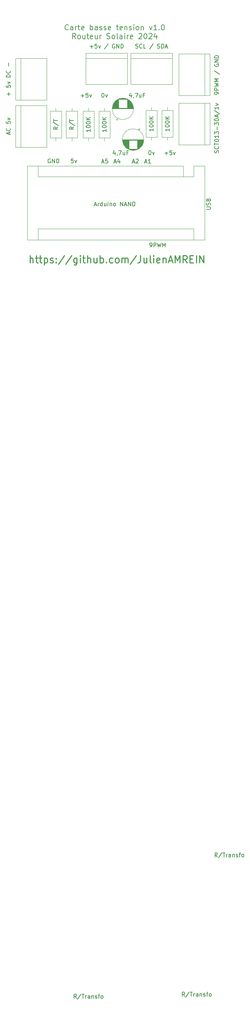
<source format=gto>
G04 #@! TF.GenerationSoftware,KiCad,Pcbnew,5.0.2+dfsg1-1+deb10u1*
G04 #@! TF.CreationDate,2023-11-15T00:44:58+01:00*
G04 #@! TF.ProjectId,Carte basse tension,43617274-6520-4626-9173-73652074656e,rev?*
G04 #@! TF.SameCoordinates,Original*
G04 #@! TF.FileFunction,Legend,Top*
G04 #@! TF.FilePolarity,Positive*
%FSLAX46Y46*%
G04 Gerber Fmt 4.6, Leading zero omitted, Abs format (unit mm)*
G04 Created by KiCad (PCBNEW 5.0.2+dfsg1-1+deb10u1) date mer. 15 nov. 2023 00:44:58 CET*
%MOMM*%
%LPD*%
G01*
G04 APERTURE LIST*
%ADD10C,0.200000*%
%ADD11C,0.250000*%
%ADD12C,0.120000*%
%ADD13C,0.150000*%
G04 APERTURE END LIST*
D10*
X101238095Y-98000000D02*
X101142857Y-97952380D01*
X101000000Y-97952380D01*
X100857142Y-98000000D01*
X100761904Y-98095238D01*
X100714285Y-98190476D01*
X100666666Y-98380952D01*
X100666666Y-98523809D01*
X100714285Y-98714285D01*
X100761904Y-98809523D01*
X100857142Y-98904761D01*
X101000000Y-98952380D01*
X101095238Y-98952380D01*
X101238095Y-98904761D01*
X101285714Y-98857142D01*
X101285714Y-98523809D01*
X101095238Y-98523809D01*
X101714285Y-98952380D02*
X101714285Y-97952380D01*
X102285714Y-98952380D01*
X102285714Y-97952380D01*
X102761904Y-98952380D02*
X102761904Y-97952380D01*
X103000000Y-97952380D01*
X103142857Y-98000000D01*
X103238095Y-98095238D01*
X103285714Y-98190476D01*
X103333333Y-98380952D01*
X103333333Y-98523809D01*
X103285714Y-98714285D01*
X103238095Y-98809523D01*
X103142857Y-98904761D01*
X103000000Y-98952380D01*
X102761904Y-98952380D01*
X106857142Y-97952380D02*
X106380952Y-97952380D01*
X106333333Y-98428571D01*
X106380952Y-98380952D01*
X106476190Y-98333333D01*
X106714285Y-98333333D01*
X106809523Y-98380952D01*
X106857142Y-98428571D01*
X106904761Y-98523809D01*
X106904761Y-98761904D01*
X106857142Y-98857142D01*
X106809523Y-98904761D01*
X106714285Y-98952380D01*
X106476190Y-98952380D01*
X106380952Y-98904761D01*
X106333333Y-98857142D01*
X107238095Y-98285714D02*
X107476190Y-98952380D01*
X107714285Y-98285714D01*
X105640476Y-66389285D02*
X105578571Y-66451190D01*
X105392857Y-66513095D01*
X105269047Y-66513095D01*
X105083333Y-66451190D01*
X104959523Y-66327380D01*
X104897619Y-66203571D01*
X104835714Y-65955952D01*
X104835714Y-65770238D01*
X104897619Y-65522619D01*
X104959523Y-65398809D01*
X105083333Y-65275000D01*
X105269047Y-65213095D01*
X105392857Y-65213095D01*
X105578571Y-65275000D01*
X105640476Y-65336904D01*
X106754761Y-66513095D02*
X106754761Y-65832142D01*
X106692857Y-65708333D01*
X106569047Y-65646428D01*
X106321428Y-65646428D01*
X106197619Y-65708333D01*
X106754761Y-66451190D02*
X106630952Y-66513095D01*
X106321428Y-66513095D01*
X106197619Y-66451190D01*
X106135714Y-66327380D01*
X106135714Y-66203571D01*
X106197619Y-66079761D01*
X106321428Y-66017857D01*
X106630952Y-66017857D01*
X106754761Y-65955952D01*
X107373809Y-66513095D02*
X107373809Y-65646428D01*
X107373809Y-65894047D02*
X107435714Y-65770238D01*
X107497619Y-65708333D01*
X107621428Y-65646428D01*
X107745238Y-65646428D01*
X107992857Y-65646428D02*
X108488095Y-65646428D01*
X108178571Y-65213095D02*
X108178571Y-66327380D01*
X108240476Y-66451190D01*
X108364285Y-66513095D01*
X108488095Y-66513095D01*
X109416666Y-66451190D02*
X109292857Y-66513095D01*
X109045238Y-66513095D01*
X108921428Y-66451190D01*
X108859523Y-66327380D01*
X108859523Y-65832142D01*
X108921428Y-65708333D01*
X109045238Y-65646428D01*
X109292857Y-65646428D01*
X109416666Y-65708333D01*
X109478571Y-65832142D01*
X109478571Y-65955952D01*
X108859523Y-66079761D01*
X111026190Y-66513095D02*
X111026190Y-65213095D01*
X111026190Y-65708333D02*
X111150000Y-65646428D01*
X111397619Y-65646428D01*
X111521428Y-65708333D01*
X111583333Y-65770238D01*
X111645238Y-65894047D01*
X111645238Y-66265476D01*
X111583333Y-66389285D01*
X111521428Y-66451190D01*
X111397619Y-66513095D01*
X111150000Y-66513095D01*
X111026190Y-66451190D01*
X112759523Y-66513095D02*
X112759523Y-65832142D01*
X112697619Y-65708333D01*
X112573809Y-65646428D01*
X112326190Y-65646428D01*
X112202380Y-65708333D01*
X112759523Y-66451190D02*
X112635714Y-66513095D01*
X112326190Y-66513095D01*
X112202380Y-66451190D01*
X112140476Y-66327380D01*
X112140476Y-66203571D01*
X112202380Y-66079761D01*
X112326190Y-66017857D01*
X112635714Y-66017857D01*
X112759523Y-65955952D01*
X113316666Y-66451190D02*
X113440476Y-66513095D01*
X113688095Y-66513095D01*
X113811904Y-66451190D01*
X113873809Y-66327380D01*
X113873809Y-66265476D01*
X113811904Y-66141666D01*
X113688095Y-66079761D01*
X113502380Y-66079761D01*
X113378571Y-66017857D01*
X113316666Y-65894047D01*
X113316666Y-65832142D01*
X113378571Y-65708333D01*
X113502380Y-65646428D01*
X113688095Y-65646428D01*
X113811904Y-65708333D01*
X114369047Y-66451190D02*
X114492857Y-66513095D01*
X114740476Y-66513095D01*
X114864285Y-66451190D01*
X114926190Y-66327380D01*
X114926190Y-66265476D01*
X114864285Y-66141666D01*
X114740476Y-66079761D01*
X114554761Y-66079761D01*
X114430952Y-66017857D01*
X114369047Y-65894047D01*
X114369047Y-65832142D01*
X114430952Y-65708333D01*
X114554761Y-65646428D01*
X114740476Y-65646428D01*
X114864285Y-65708333D01*
X115978571Y-66451190D02*
X115854761Y-66513095D01*
X115607142Y-66513095D01*
X115483333Y-66451190D01*
X115421428Y-66327380D01*
X115421428Y-65832142D01*
X115483333Y-65708333D01*
X115607142Y-65646428D01*
X115854761Y-65646428D01*
X115978571Y-65708333D01*
X116040476Y-65832142D01*
X116040476Y-65955952D01*
X115421428Y-66079761D01*
X117402380Y-65646428D02*
X117897619Y-65646428D01*
X117588095Y-65213095D02*
X117588095Y-66327380D01*
X117650000Y-66451190D01*
X117773809Y-66513095D01*
X117897619Y-66513095D01*
X118826190Y-66451190D02*
X118702380Y-66513095D01*
X118454761Y-66513095D01*
X118330952Y-66451190D01*
X118269047Y-66327380D01*
X118269047Y-65832142D01*
X118330952Y-65708333D01*
X118454761Y-65646428D01*
X118702380Y-65646428D01*
X118826190Y-65708333D01*
X118888095Y-65832142D01*
X118888095Y-65955952D01*
X118269047Y-66079761D01*
X119445238Y-65646428D02*
X119445238Y-66513095D01*
X119445238Y-65770238D02*
X119507142Y-65708333D01*
X119630952Y-65646428D01*
X119816666Y-65646428D01*
X119940476Y-65708333D01*
X120002380Y-65832142D01*
X120002380Y-66513095D01*
X120559523Y-66451190D02*
X120683333Y-66513095D01*
X120930952Y-66513095D01*
X121054761Y-66451190D01*
X121116666Y-66327380D01*
X121116666Y-66265476D01*
X121054761Y-66141666D01*
X120930952Y-66079761D01*
X120745238Y-66079761D01*
X120621428Y-66017857D01*
X120559523Y-65894047D01*
X120559523Y-65832142D01*
X120621428Y-65708333D01*
X120745238Y-65646428D01*
X120930952Y-65646428D01*
X121054761Y-65708333D01*
X121673809Y-66513095D02*
X121673809Y-65646428D01*
X121673809Y-65213095D02*
X121611904Y-65275000D01*
X121673809Y-65336904D01*
X121735714Y-65275000D01*
X121673809Y-65213095D01*
X121673809Y-65336904D01*
X122478571Y-66513095D02*
X122354761Y-66451190D01*
X122292857Y-66389285D01*
X122230952Y-66265476D01*
X122230952Y-65894047D01*
X122292857Y-65770238D01*
X122354761Y-65708333D01*
X122478571Y-65646428D01*
X122664285Y-65646428D01*
X122788095Y-65708333D01*
X122850000Y-65770238D01*
X122911904Y-65894047D01*
X122911904Y-66265476D01*
X122850000Y-66389285D01*
X122788095Y-66451190D01*
X122664285Y-66513095D01*
X122478571Y-66513095D01*
X123469047Y-65646428D02*
X123469047Y-66513095D01*
X123469047Y-65770238D02*
X123530952Y-65708333D01*
X123654761Y-65646428D01*
X123840476Y-65646428D01*
X123964285Y-65708333D01*
X124026190Y-65832142D01*
X124026190Y-66513095D01*
X125511904Y-65646428D02*
X125821428Y-66513095D01*
X126130952Y-65646428D01*
X127307142Y-66513095D02*
X126564285Y-66513095D01*
X126935714Y-66513095D02*
X126935714Y-65213095D01*
X126811904Y-65398809D01*
X126688095Y-65522619D01*
X126564285Y-65584523D01*
X127864285Y-66389285D02*
X127926190Y-66451190D01*
X127864285Y-66513095D01*
X127802380Y-66451190D01*
X127864285Y-66389285D01*
X127864285Y-66513095D01*
X128730952Y-65213095D02*
X128854761Y-65213095D01*
X128978571Y-65275000D01*
X129040476Y-65336904D01*
X129102380Y-65460714D01*
X129164285Y-65708333D01*
X129164285Y-66017857D01*
X129102380Y-66265476D01*
X129040476Y-66389285D01*
X128978571Y-66451190D01*
X128854761Y-66513095D01*
X128730952Y-66513095D01*
X128607142Y-66451190D01*
X128545238Y-66389285D01*
X128483333Y-66265476D01*
X128421428Y-66017857D01*
X128421428Y-65708333D01*
X128483333Y-65460714D01*
X128545238Y-65336904D01*
X128607142Y-65275000D01*
X128730952Y-65213095D01*
X107435714Y-68663095D02*
X107002380Y-68044047D01*
X106692857Y-68663095D02*
X106692857Y-67363095D01*
X107188095Y-67363095D01*
X107311904Y-67425000D01*
X107373809Y-67486904D01*
X107435714Y-67610714D01*
X107435714Y-67796428D01*
X107373809Y-67920238D01*
X107311904Y-67982142D01*
X107188095Y-68044047D01*
X106692857Y-68044047D01*
X108178571Y-68663095D02*
X108054761Y-68601190D01*
X107992857Y-68539285D01*
X107930952Y-68415476D01*
X107930952Y-68044047D01*
X107992857Y-67920238D01*
X108054761Y-67858333D01*
X108178571Y-67796428D01*
X108364285Y-67796428D01*
X108488095Y-67858333D01*
X108550000Y-67920238D01*
X108611904Y-68044047D01*
X108611904Y-68415476D01*
X108550000Y-68539285D01*
X108488095Y-68601190D01*
X108364285Y-68663095D01*
X108178571Y-68663095D01*
X109726190Y-67796428D02*
X109726190Y-68663095D01*
X109169047Y-67796428D02*
X109169047Y-68477380D01*
X109230952Y-68601190D01*
X109354761Y-68663095D01*
X109540476Y-68663095D01*
X109664285Y-68601190D01*
X109726190Y-68539285D01*
X110159523Y-67796428D02*
X110654761Y-67796428D01*
X110345238Y-67363095D02*
X110345238Y-68477380D01*
X110407142Y-68601190D01*
X110530952Y-68663095D01*
X110654761Y-68663095D01*
X111583333Y-68601190D02*
X111459523Y-68663095D01*
X111211904Y-68663095D01*
X111088095Y-68601190D01*
X111026190Y-68477380D01*
X111026190Y-67982142D01*
X111088095Y-67858333D01*
X111211904Y-67796428D01*
X111459523Y-67796428D01*
X111583333Y-67858333D01*
X111645238Y-67982142D01*
X111645238Y-68105952D01*
X111026190Y-68229761D01*
X112759523Y-67796428D02*
X112759523Y-68663095D01*
X112202380Y-67796428D02*
X112202380Y-68477380D01*
X112264285Y-68601190D01*
X112388095Y-68663095D01*
X112573809Y-68663095D01*
X112697619Y-68601190D01*
X112759523Y-68539285D01*
X113378571Y-68663095D02*
X113378571Y-67796428D01*
X113378571Y-68044047D02*
X113440476Y-67920238D01*
X113502380Y-67858333D01*
X113626190Y-67796428D01*
X113750000Y-67796428D01*
X115111904Y-68601190D02*
X115297619Y-68663095D01*
X115607142Y-68663095D01*
X115730952Y-68601190D01*
X115792857Y-68539285D01*
X115854761Y-68415476D01*
X115854761Y-68291666D01*
X115792857Y-68167857D01*
X115730952Y-68105952D01*
X115607142Y-68044047D01*
X115359523Y-67982142D01*
X115235714Y-67920238D01*
X115173809Y-67858333D01*
X115111904Y-67734523D01*
X115111904Y-67610714D01*
X115173809Y-67486904D01*
X115235714Y-67425000D01*
X115359523Y-67363095D01*
X115669047Y-67363095D01*
X115854761Y-67425000D01*
X116597619Y-68663095D02*
X116473809Y-68601190D01*
X116411904Y-68539285D01*
X116350000Y-68415476D01*
X116350000Y-68044047D01*
X116411904Y-67920238D01*
X116473809Y-67858333D01*
X116597619Y-67796428D01*
X116783333Y-67796428D01*
X116907142Y-67858333D01*
X116969047Y-67920238D01*
X117030952Y-68044047D01*
X117030952Y-68415476D01*
X116969047Y-68539285D01*
X116907142Y-68601190D01*
X116783333Y-68663095D01*
X116597619Y-68663095D01*
X117773809Y-68663095D02*
X117650000Y-68601190D01*
X117588095Y-68477380D01*
X117588095Y-67363095D01*
X118826190Y-68663095D02*
X118826190Y-67982142D01*
X118764285Y-67858333D01*
X118640476Y-67796428D01*
X118392857Y-67796428D01*
X118269047Y-67858333D01*
X118826190Y-68601190D02*
X118702380Y-68663095D01*
X118392857Y-68663095D01*
X118269047Y-68601190D01*
X118207142Y-68477380D01*
X118207142Y-68353571D01*
X118269047Y-68229761D01*
X118392857Y-68167857D01*
X118702380Y-68167857D01*
X118826190Y-68105952D01*
X119445238Y-68663095D02*
X119445238Y-67796428D01*
X119445238Y-67363095D02*
X119383333Y-67425000D01*
X119445238Y-67486904D01*
X119507142Y-67425000D01*
X119445238Y-67363095D01*
X119445238Y-67486904D01*
X120064285Y-68663095D02*
X120064285Y-67796428D01*
X120064285Y-68044047D02*
X120126190Y-67920238D01*
X120188095Y-67858333D01*
X120311904Y-67796428D01*
X120435714Y-67796428D01*
X121364285Y-68601190D02*
X121240476Y-68663095D01*
X120992857Y-68663095D01*
X120869047Y-68601190D01*
X120807142Y-68477380D01*
X120807142Y-67982142D01*
X120869047Y-67858333D01*
X120992857Y-67796428D01*
X121240476Y-67796428D01*
X121364285Y-67858333D01*
X121426190Y-67982142D01*
X121426190Y-68105952D01*
X120807142Y-68229761D01*
X122911904Y-67486904D02*
X122973809Y-67425000D01*
X123097619Y-67363095D01*
X123407142Y-67363095D01*
X123530952Y-67425000D01*
X123592857Y-67486904D01*
X123654761Y-67610714D01*
X123654761Y-67734523D01*
X123592857Y-67920238D01*
X122850000Y-68663095D01*
X123654761Y-68663095D01*
X124459523Y-67363095D02*
X124583333Y-67363095D01*
X124707142Y-67425000D01*
X124769047Y-67486904D01*
X124830952Y-67610714D01*
X124892857Y-67858333D01*
X124892857Y-68167857D01*
X124830952Y-68415476D01*
X124769047Y-68539285D01*
X124707142Y-68601190D01*
X124583333Y-68663095D01*
X124459523Y-68663095D01*
X124335714Y-68601190D01*
X124273809Y-68539285D01*
X124211904Y-68415476D01*
X124150000Y-68167857D01*
X124150000Y-67858333D01*
X124211904Y-67610714D01*
X124273809Y-67486904D01*
X124335714Y-67425000D01*
X124459523Y-67363095D01*
X125388095Y-67486904D02*
X125450000Y-67425000D01*
X125573809Y-67363095D01*
X125883333Y-67363095D01*
X126007142Y-67425000D01*
X126069047Y-67486904D01*
X126130952Y-67610714D01*
X126130952Y-67734523D01*
X126069047Y-67920238D01*
X125326190Y-68663095D01*
X126130952Y-68663095D01*
X127245238Y-67796428D02*
X127245238Y-68663095D01*
X126935714Y-67301190D02*
X126626190Y-68229761D01*
X127430952Y-68229761D01*
X125666666Y-119452380D02*
X125857142Y-119452380D01*
X125952380Y-119404761D01*
X126000000Y-119357142D01*
X126095238Y-119214285D01*
X126142857Y-119023809D01*
X126142857Y-118642857D01*
X126095238Y-118547619D01*
X126047619Y-118500000D01*
X125952380Y-118452380D01*
X125761904Y-118452380D01*
X125666666Y-118500000D01*
X125619047Y-118547619D01*
X125571428Y-118642857D01*
X125571428Y-118880952D01*
X125619047Y-118976190D01*
X125666666Y-119023809D01*
X125761904Y-119071428D01*
X125952380Y-119071428D01*
X126047619Y-119023809D01*
X126095238Y-118976190D01*
X126142857Y-118880952D01*
X126571428Y-119452380D02*
X126571428Y-118452380D01*
X126952380Y-118452380D01*
X127047619Y-118500000D01*
X127095238Y-118547619D01*
X127142857Y-118642857D01*
X127142857Y-118785714D01*
X127095238Y-118880952D01*
X127047619Y-118928571D01*
X126952380Y-118976190D01*
X126571428Y-118976190D01*
X127476190Y-118452380D02*
X127714285Y-119452380D01*
X127904761Y-118738095D01*
X128095238Y-119452380D01*
X128333333Y-118452380D01*
X128714285Y-119452380D02*
X128714285Y-118452380D01*
X129047619Y-119166666D01*
X129380952Y-118452380D01*
X129380952Y-119452380D01*
X113867670Y-98719633D02*
X114343860Y-98719633D01*
X113772432Y-99005347D02*
X114105765Y-98005347D01*
X114439098Y-99005347D01*
X115248622Y-98005347D02*
X114772432Y-98005347D01*
X114724813Y-98481538D01*
X114772432Y-98433919D01*
X114867670Y-98386300D01*
X115105765Y-98386300D01*
X115201003Y-98433919D01*
X115248622Y-98481538D01*
X115296241Y-98576776D01*
X115296241Y-98814871D01*
X115248622Y-98910109D01*
X115201003Y-98957728D01*
X115105765Y-99005347D01*
X114867670Y-99005347D01*
X114772432Y-98957728D01*
X114724813Y-98910109D01*
X116867670Y-98719633D02*
X117343860Y-98719633D01*
X116772432Y-99005347D02*
X117105765Y-98005347D01*
X117439098Y-99005347D01*
X118201003Y-98338681D02*
X118201003Y-99005347D01*
X117962908Y-97957728D02*
X117724813Y-98672014D01*
X118343860Y-98672014D01*
X139452380Y-110261904D02*
X140261904Y-110261904D01*
X140357142Y-110214285D01*
X140404761Y-110166666D01*
X140452380Y-110071428D01*
X140452380Y-109880952D01*
X140404761Y-109785714D01*
X140357142Y-109738095D01*
X140261904Y-109690476D01*
X139452380Y-109690476D01*
X140404761Y-109261904D02*
X140452380Y-109119047D01*
X140452380Y-108880952D01*
X140404761Y-108785714D01*
X140357142Y-108738095D01*
X140261904Y-108690476D01*
X140166666Y-108690476D01*
X140071428Y-108738095D01*
X140023809Y-108785714D01*
X139976190Y-108880952D01*
X139928571Y-109071428D01*
X139880952Y-109166666D01*
X139833333Y-109214285D01*
X139738095Y-109261904D01*
X139642857Y-109261904D01*
X139547619Y-109214285D01*
X139500000Y-109166666D01*
X139452380Y-109071428D01*
X139452380Y-108833333D01*
X139500000Y-108690476D01*
X139928571Y-107928571D02*
X139976190Y-107785714D01*
X140023809Y-107738095D01*
X140119047Y-107690476D01*
X140261904Y-107690476D01*
X140357142Y-107738095D01*
X140404761Y-107785714D01*
X140452380Y-107880952D01*
X140452380Y-108261904D01*
X139452380Y-108261904D01*
X139452380Y-107928571D01*
X139500000Y-107833333D01*
X139547619Y-107785714D01*
X139642857Y-107738095D01*
X139738095Y-107738095D01*
X139833333Y-107785714D01*
X139880952Y-107833333D01*
X139928571Y-107928571D01*
X139928571Y-108261904D01*
X124367670Y-98719633D02*
X124843860Y-98719633D01*
X124272432Y-99005347D02*
X124605765Y-98005347D01*
X124939098Y-99005347D01*
X125796241Y-99005347D02*
X125224813Y-99005347D01*
X125510527Y-99005347D02*
X125510527Y-98005347D01*
X125415289Y-98148205D01*
X125320051Y-98243443D01*
X125224813Y-98291062D01*
X121367670Y-98719633D02*
X121843860Y-98719633D01*
X121272432Y-99005347D02*
X121605765Y-98005347D01*
X121939098Y-99005347D01*
X122224813Y-98100586D02*
X122272432Y-98052967D01*
X122367670Y-98005347D01*
X122605765Y-98005347D01*
X122701003Y-98052967D01*
X122748622Y-98100586D01*
X122796241Y-98195824D01*
X122796241Y-98291062D01*
X122748622Y-98433919D01*
X122177194Y-99005347D01*
X122796241Y-99005347D01*
X129261904Y-96571428D02*
X130023809Y-96571428D01*
X129642857Y-96952380D02*
X129642857Y-96190476D01*
X130976190Y-95952380D02*
X130500000Y-95952380D01*
X130452380Y-96428571D01*
X130500000Y-96380952D01*
X130595238Y-96333333D01*
X130833333Y-96333333D01*
X130928571Y-96380952D01*
X130976190Y-96428571D01*
X131023809Y-96523809D01*
X131023809Y-96761904D01*
X130976190Y-96857142D01*
X130928571Y-96904761D01*
X130833333Y-96952380D01*
X130595238Y-96952380D01*
X130500000Y-96904761D01*
X130452380Y-96857142D01*
X131357142Y-96285714D02*
X131595238Y-96952380D01*
X131833333Y-96285714D01*
X125571428Y-95952380D02*
X125666666Y-95952380D01*
X125761904Y-96000000D01*
X125809523Y-96047619D01*
X125857142Y-96142857D01*
X125904761Y-96333333D01*
X125904761Y-96571428D01*
X125857142Y-96761904D01*
X125809523Y-96857142D01*
X125761904Y-96904761D01*
X125666666Y-96952380D01*
X125571428Y-96952380D01*
X125476190Y-96904761D01*
X125428571Y-96857142D01*
X125380952Y-96761904D01*
X125333333Y-96571428D01*
X125333333Y-96333333D01*
X125380952Y-96142857D01*
X125428571Y-96047619D01*
X125476190Y-96000000D01*
X125571428Y-95952380D01*
X126238095Y-96285714D02*
X126476190Y-96952380D01*
X126714285Y-96285714D01*
X108761904Y-82571428D02*
X109523809Y-82571428D01*
X109142857Y-82952380D02*
X109142857Y-82190476D01*
X110476190Y-81952380D02*
X110000000Y-81952380D01*
X109952380Y-82428571D01*
X110000000Y-82380952D01*
X110095238Y-82333333D01*
X110333333Y-82333333D01*
X110428571Y-82380952D01*
X110476190Y-82428571D01*
X110523809Y-82523809D01*
X110523809Y-82761904D01*
X110476190Y-82857142D01*
X110428571Y-82904761D01*
X110333333Y-82952380D01*
X110095238Y-82952380D01*
X110000000Y-82904761D01*
X109952380Y-82857142D01*
X110857142Y-82285714D02*
X111095238Y-82952380D01*
X111333333Y-82285714D01*
X114071428Y-81952380D02*
X114166666Y-81952380D01*
X114261904Y-82000000D01*
X114309523Y-82047619D01*
X114357142Y-82142857D01*
X114404761Y-82333333D01*
X114404761Y-82571428D01*
X114357142Y-82761904D01*
X114309523Y-82857142D01*
X114261904Y-82904761D01*
X114166666Y-82952380D01*
X114071428Y-82952380D01*
X113976190Y-82904761D01*
X113928571Y-82857142D01*
X113880952Y-82761904D01*
X113833333Y-82571428D01*
X113833333Y-82333333D01*
X113880952Y-82142857D01*
X113928571Y-82047619D01*
X113976190Y-82000000D01*
X114071428Y-81952380D01*
X114738095Y-82285714D02*
X114976190Y-82952380D01*
X115214285Y-82285714D01*
D11*
X96250000Y-123269047D02*
X96250000Y-121569047D01*
X96978571Y-123269047D02*
X96978571Y-122378571D01*
X96897619Y-122216666D01*
X96735714Y-122135714D01*
X96492857Y-122135714D01*
X96330952Y-122216666D01*
X96250000Y-122297619D01*
X97545238Y-122135714D02*
X98192857Y-122135714D01*
X97788095Y-121569047D02*
X97788095Y-123026190D01*
X97869047Y-123188095D01*
X98030952Y-123269047D01*
X98192857Y-123269047D01*
X98516666Y-122135714D02*
X99164285Y-122135714D01*
X98759523Y-121569047D02*
X98759523Y-123026190D01*
X98840476Y-123188095D01*
X99002380Y-123269047D01*
X99164285Y-123269047D01*
X99730952Y-122135714D02*
X99730952Y-123835714D01*
X99730952Y-122216666D02*
X99892857Y-122135714D01*
X100216666Y-122135714D01*
X100378571Y-122216666D01*
X100459523Y-122297619D01*
X100540476Y-122459523D01*
X100540476Y-122945238D01*
X100459523Y-123107142D01*
X100378571Y-123188095D01*
X100216666Y-123269047D01*
X99892857Y-123269047D01*
X99730952Y-123188095D01*
X101188095Y-123188095D02*
X101350000Y-123269047D01*
X101673809Y-123269047D01*
X101835714Y-123188095D01*
X101916666Y-123026190D01*
X101916666Y-122945238D01*
X101835714Y-122783333D01*
X101673809Y-122702380D01*
X101430952Y-122702380D01*
X101269047Y-122621428D01*
X101188095Y-122459523D01*
X101188095Y-122378571D01*
X101269047Y-122216666D01*
X101430952Y-122135714D01*
X101673809Y-122135714D01*
X101835714Y-122216666D01*
X102645238Y-123107142D02*
X102726190Y-123188095D01*
X102645238Y-123269047D01*
X102564285Y-123188095D01*
X102645238Y-123107142D01*
X102645238Y-123269047D01*
X102645238Y-122216666D02*
X102726190Y-122297619D01*
X102645238Y-122378571D01*
X102564285Y-122297619D01*
X102645238Y-122216666D01*
X102645238Y-122378571D01*
X104669047Y-121488095D02*
X103211904Y-123673809D01*
X106450000Y-121488095D02*
X104992857Y-123673809D01*
X107745238Y-122135714D02*
X107745238Y-123511904D01*
X107664285Y-123673809D01*
X107583333Y-123754761D01*
X107421428Y-123835714D01*
X107178571Y-123835714D01*
X107016666Y-123754761D01*
X107745238Y-123188095D02*
X107583333Y-123269047D01*
X107259523Y-123269047D01*
X107097619Y-123188095D01*
X107016666Y-123107142D01*
X106935714Y-122945238D01*
X106935714Y-122459523D01*
X107016666Y-122297619D01*
X107097619Y-122216666D01*
X107259523Y-122135714D01*
X107583333Y-122135714D01*
X107745238Y-122216666D01*
X108554761Y-123269047D02*
X108554761Y-122135714D01*
X108554761Y-121569047D02*
X108473809Y-121650000D01*
X108554761Y-121730952D01*
X108635714Y-121650000D01*
X108554761Y-121569047D01*
X108554761Y-121730952D01*
X109121428Y-122135714D02*
X109769047Y-122135714D01*
X109364285Y-121569047D02*
X109364285Y-123026190D01*
X109445238Y-123188095D01*
X109607142Y-123269047D01*
X109769047Y-123269047D01*
X110335714Y-123269047D02*
X110335714Y-121569047D01*
X111064285Y-123269047D02*
X111064285Y-122378571D01*
X110983333Y-122216666D01*
X110821428Y-122135714D01*
X110578571Y-122135714D01*
X110416666Y-122216666D01*
X110335714Y-122297619D01*
X112602380Y-122135714D02*
X112602380Y-123269047D01*
X111873809Y-122135714D02*
X111873809Y-123026190D01*
X111954761Y-123188095D01*
X112116666Y-123269047D01*
X112359523Y-123269047D01*
X112521428Y-123188095D01*
X112602380Y-123107142D01*
X113411904Y-123269047D02*
X113411904Y-121569047D01*
X113411904Y-122216666D02*
X113573809Y-122135714D01*
X113897619Y-122135714D01*
X114059523Y-122216666D01*
X114140476Y-122297619D01*
X114221428Y-122459523D01*
X114221428Y-122945238D01*
X114140476Y-123107142D01*
X114059523Y-123188095D01*
X113897619Y-123269047D01*
X113573809Y-123269047D01*
X113411904Y-123188095D01*
X114950000Y-123107142D02*
X115030952Y-123188095D01*
X114950000Y-123269047D01*
X114869047Y-123188095D01*
X114950000Y-123107142D01*
X114950000Y-123269047D01*
X116488095Y-123188095D02*
X116326190Y-123269047D01*
X116002380Y-123269047D01*
X115840476Y-123188095D01*
X115759523Y-123107142D01*
X115678571Y-122945238D01*
X115678571Y-122459523D01*
X115759523Y-122297619D01*
X115840476Y-122216666D01*
X116002380Y-122135714D01*
X116326190Y-122135714D01*
X116488095Y-122216666D01*
X117459523Y-123269047D02*
X117297619Y-123188095D01*
X117216666Y-123107142D01*
X117135714Y-122945238D01*
X117135714Y-122459523D01*
X117216666Y-122297619D01*
X117297619Y-122216666D01*
X117459523Y-122135714D01*
X117702380Y-122135714D01*
X117864285Y-122216666D01*
X117945238Y-122297619D01*
X118026190Y-122459523D01*
X118026190Y-122945238D01*
X117945238Y-123107142D01*
X117864285Y-123188095D01*
X117702380Y-123269047D01*
X117459523Y-123269047D01*
X118754761Y-123269047D02*
X118754761Y-122135714D01*
X118754761Y-122297619D02*
X118835714Y-122216666D01*
X118997619Y-122135714D01*
X119240476Y-122135714D01*
X119402380Y-122216666D01*
X119483333Y-122378571D01*
X119483333Y-123269047D01*
X119483333Y-122378571D02*
X119564285Y-122216666D01*
X119726190Y-122135714D01*
X119969047Y-122135714D01*
X120130952Y-122216666D01*
X120211904Y-122378571D01*
X120211904Y-123269047D01*
X122235714Y-121488095D02*
X120778571Y-123673809D01*
X123288095Y-121569047D02*
X123288095Y-122783333D01*
X123207142Y-123026190D01*
X123045238Y-123188095D01*
X122802380Y-123269047D01*
X122640476Y-123269047D01*
X124826190Y-122135714D02*
X124826190Y-123269047D01*
X124097619Y-122135714D02*
X124097619Y-123026190D01*
X124178571Y-123188095D01*
X124340476Y-123269047D01*
X124583333Y-123269047D01*
X124745238Y-123188095D01*
X124826190Y-123107142D01*
X125878571Y-123269047D02*
X125716666Y-123188095D01*
X125635714Y-123026190D01*
X125635714Y-121569047D01*
X126526190Y-123269047D02*
X126526190Y-122135714D01*
X126526190Y-121569047D02*
X126445238Y-121650000D01*
X126526190Y-121730952D01*
X126607142Y-121650000D01*
X126526190Y-121569047D01*
X126526190Y-121730952D01*
X127983333Y-123188095D02*
X127821428Y-123269047D01*
X127497619Y-123269047D01*
X127335714Y-123188095D01*
X127254761Y-123026190D01*
X127254761Y-122378571D01*
X127335714Y-122216666D01*
X127497619Y-122135714D01*
X127821428Y-122135714D01*
X127983333Y-122216666D01*
X128064285Y-122378571D01*
X128064285Y-122540476D01*
X127254761Y-122702380D01*
X128792857Y-122135714D02*
X128792857Y-123269047D01*
X128792857Y-122297619D02*
X128873809Y-122216666D01*
X129035714Y-122135714D01*
X129278571Y-122135714D01*
X129440476Y-122216666D01*
X129521428Y-122378571D01*
X129521428Y-123269047D01*
X130250000Y-122783333D02*
X131059523Y-122783333D01*
X130088095Y-123269047D02*
X130654761Y-121569047D01*
X131221428Y-123269047D01*
X131788095Y-123269047D02*
X131788095Y-121569047D01*
X132354761Y-122783333D01*
X132921428Y-121569047D01*
X132921428Y-123269047D01*
X134702380Y-123269047D02*
X134135714Y-122459523D01*
X133730952Y-123269047D02*
X133730952Y-121569047D01*
X134378571Y-121569047D01*
X134540476Y-121650000D01*
X134621428Y-121730952D01*
X134702380Y-121892857D01*
X134702380Y-122135714D01*
X134621428Y-122297619D01*
X134540476Y-122378571D01*
X134378571Y-122459523D01*
X133730952Y-122459523D01*
X135430952Y-122378571D02*
X135997619Y-122378571D01*
X136240476Y-123269047D02*
X135430952Y-123269047D01*
X135430952Y-121569047D01*
X136240476Y-121569047D01*
X136969047Y-123269047D02*
X136969047Y-121569047D01*
X137778571Y-123269047D02*
X137778571Y-121569047D01*
X138750000Y-123269047D01*
X138750000Y-121569047D01*
D12*
G04 #@! TO.C,9PWM / GND*
X140310000Y-82540000D02*
X140310000Y-72380000D01*
X132690000Y-82540000D02*
X140310000Y-82540000D01*
X132690000Y-72380000D02*
X132690000Y-82540000D01*
X140310000Y-72380000D02*
X132690000Y-72380000D01*
X139040000Y-72380000D02*
X139040000Y-82540000D01*
G04 #@! TO.C,SCL / SDA*
X120880000Y-73460000D02*
X131040000Y-73460000D01*
X120880000Y-72190000D02*
X120880000Y-79810000D01*
X120880000Y-79810000D02*
X131040000Y-79810000D01*
X131040000Y-79810000D02*
X131040000Y-72190000D01*
X131040000Y-72190000D02*
X120880000Y-72190000D01*
G04 #@! TO.C,+5v / GND*
X120040000Y-72190000D02*
X109880000Y-72190000D01*
X120040000Y-79810000D02*
X120040000Y-72190000D01*
X109880000Y-79810000D02*
X120040000Y-79810000D01*
X109880000Y-72190000D02*
X109880000Y-79810000D01*
X109880000Y-73460000D02*
X120040000Y-73460000D01*
G04 #@! TO.C,+ 5v DC -*
X93960000Y-83620000D02*
X93960000Y-73460000D01*
X92690000Y-83620000D02*
X100310000Y-83620000D01*
X100310000Y-83620000D02*
X100310000Y-73460000D01*
X100310000Y-73460000D02*
X92690000Y-73460000D01*
X92690000Y-73460000D02*
X92690000Y-83620000D01*
G04 #@! TO.C,AC 5v*
X92690000Y-84960000D02*
X92690000Y-95120000D01*
X100310000Y-84960000D02*
X92690000Y-84960000D01*
X100310000Y-95120000D02*
X100310000Y-84960000D01*
X92690000Y-95120000D02*
X100310000Y-95120000D01*
X93960000Y-95120000D02*
X93960000Y-84960000D01*
G04 #@! TO.C,100K*
X124630000Y-92690000D02*
X127370000Y-92690000D01*
X127370000Y-92690000D02*
X127370000Y-86150000D01*
X127370000Y-86150000D02*
X124630000Y-86150000D01*
X124630000Y-86150000D02*
X124630000Y-92690000D01*
X126000000Y-93460000D02*
X126000000Y-92690000D01*
X126000000Y-85380000D02*
X126000000Y-86150000D01*
G04 #@! TO.C,SCT013-30A/1v*
X139040000Y-84380000D02*
X139040000Y-94540000D01*
X140310000Y-84380000D02*
X132690000Y-84380000D01*
X132690000Y-84380000D02*
X132690000Y-94540000D01*
X132690000Y-94540000D02*
X140310000Y-94540000D01*
X140310000Y-94540000D02*
X140310000Y-84380000D01*
G04 #@! TO.C,4\002C7uF*
X124120000Y-93250000D02*
G75*
G03X124120000Y-93250000I-2620000J0D01*
G01*
X124080000Y-93250000D02*
X118920000Y-93250000D01*
X124080000Y-93290000D02*
X118920000Y-93290000D01*
X124079000Y-93330000D02*
X118921000Y-93330000D01*
X124078000Y-93370000D02*
X118922000Y-93370000D01*
X124076000Y-93410000D02*
X118924000Y-93410000D01*
X124073000Y-93450000D02*
X118927000Y-93450000D01*
X124069000Y-93490000D02*
X122540000Y-93490000D01*
X120460000Y-93490000D02*
X118931000Y-93490000D01*
X124065000Y-93530000D02*
X122540000Y-93530000D01*
X120460000Y-93530000D02*
X118935000Y-93530000D01*
X124061000Y-93570000D02*
X122540000Y-93570000D01*
X120460000Y-93570000D02*
X118939000Y-93570000D01*
X124056000Y-93610000D02*
X122540000Y-93610000D01*
X120460000Y-93610000D02*
X118944000Y-93610000D01*
X124050000Y-93650000D02*
X122540000Y-93650000D01*
X120460000Y-93650000D02*
X118950000Y-93650000D01*
X124043000Y-93690000D02*
X122540000Y-93690000D01*
X120460000Y-93690000D02*
X118957000Y-93690000D01*
X124036000Y-93730000D02*
X122540000Y-93730000D01*
X120460000Y-93730000D02*
X118964000Y-93730000D01*
X124028000Y-93770000D02*
X122540000Y-93770000D01*
X120460000Y-93770000D02*
X118972000Y-93770000D01*
X124020000Y-93810000D02*
X122540000Y-93810000D01*
X120460000Y-93810000D02*
X118980000Y-93810000D01*
X124011000Y-93850000D02*
X122540000Y-93850000D01*
X120460000Y-93850000D02*
X118989000Y-93850000D01*
X124001000Y-93890000D02*
X122540000Y-93890000D01*
X120460000Y-93890000D02*
X118999000Y-93890000D01*
X123991000Y-93930000D02*
X122540000Y-93930000D01*
X120460000Y-93930000D02*
X119009000Y-93930000D01*
X123980000Y-93971000D02*
X122540000Y-93971000D01*
X120460000Y-93971000D02*
X119020000Y-93971000D01*
X123968000Y-94011000D02*
X122540000Y-94011000D01*
X120460000Y-94011000D02*
X119032000Y-94011000D01*
X123955000Y-94051000D02*
X122540000Y-94051000D01*
X120460000Y-94051000D02*
X119045000Y-94051000D01*
X123942000Y-94091000D02*
X122540000Y-94091000D01*
X120460000Y-94091000D02*
X119058000Y-94091000D01*
X123928000Y-94131000D02*
X122540000Y-94131000D01*
X120460000Y-94131000D02*
X119072000Y-94131000D01*
X123914000Y-94171000D02*
X122540000Y-94171000D01*
X120460000Y-94171000D02*
X119086000Y-94171000D01*
X123898000Y-94211000D02*
X122540000Y-94211000D01*
X120460000Y-94211000D02*
X119102000Y-94211000D01*
X123882000Y-94251000D02*
X122540000Y-94251000D01*
X120460000Y-94251000D02*
X119118000Y-94251000D01*
X123865000Y-94291000D02*
X122540000Y-94291000D01*
X120460000Y-94291000D02*
X119135000Y-94291000D01*
X123848000Y-94331000D02*
X122540000Y-94331000D01*
X120460000Y-94331000D02*
X119152000Y-94331000D01*
X123829000Y-94371000D02*
X122540000Y-94371000D01*
X120460000Y-94371000D02*
X119171000Y-94371000D01*
X123810000Y-94411000D02*
X122540000Y-94411000D01*
X120460000Y-94411000D02*
X119190000Y-94411000D01*
X123790000Y-94451000D02*
X122540000Y-94451000D01*
X120460000Y-94451000D02*
X119210000Y-94451000D01*
X123768000Y-94491000D02*
X122540000Y-94491000D01*
X120460000Y-94491000D02*
X119232000Y-94491000D01*
X123747000Y-94531000D02*
X122540000Y-94531000D01*
X120460000Y-94531000D02*
X119253000Y-94531000D01*
X123724000Y-94571000D02*
X122540000Y-94571000D01*
X120460000Y-94571000D02*
X119276000Y-94571000D01*
X123700000Y-94611000D02*
X122540000Y-94611000D01*
X120460000Y-94611000D02*
X119300000Y-94611000D01*
X123675000Y-94651000D02*
X122540000Y-94651000D01*
X120460000Y-94651000D02*
X119325000Y-94651000D01*
X123649000Y-94691000D02*
X122540000Y-94691000D01*
X120460000Y-94691000D02*
X119351000Y-94691000D01*
X123622000Y-94731000D02*
X122540000Y-94731000D01*
X120460000Y-94731000D02*
X119378000Y-94731000D01*
X123595000Y-94771000D02*
X122540000Y-94771000D01*
X120460000Y-94771000D02*
X119405000Y-94771000D01*
X123565000Y-94811000D02*
X122540000Y-94811000D01*
X120460000Y-94811000D02*
X119435000Y-94811000D01*
X123535000Y-94851000D02*
X122540000Y-94851000D01*
X120460000Y-94851000D02*
X119465000Y-94851000D01*
X123504000Y-94891000D02*
X122540000Y-94891000D01*
X120460000Y-94891000D02*
X119496000Y-94891000D01*
X123471000Y-94931000D02*
X122540000Y-94931000D01*
X120460000Y-94931000D02*
X119529000Y-94931000D01*
X123437000Y-94971000D02*
X122540000Y-94971000D01*
X120460000Y-94971000D02*
X119563000Y-94971000D01*
X123401000Y-95011000D02*
X122540000Y-95011000D01*
X120460000Y-95011000D02*
X119599000Y-95011000D01*
X123364000Y-95051000D02*
X122540000Y-95051000D01*
X120460000Y-95051000D02*
X119636000Y-95051000D01*
X123326000Y-95091000D02*
X122540000Y-95091000D01*
X120460000Y-95091000D02*
X119674000Y-95091000D01*
X123285000Y-95131000D02*
X122540000Y-95131000D01*
X120460000Y-95131000D02*
X119715000Y-95131000D01*
X123243000Y-95171000D02*
X122540000Y-95171000D01*
X120460000Y-95171000D02*
X119757000Y-95171000D01*
X123199000Y-95211000D02*
X122540000Y-95211000D01*
X120460000Y-95211000D02*
X119801000Y-95211000D01*
X123153000Y-95251000D02*
X122540000Y-95251000D01*
X120460000Y-95251000D02*
X119847000Y-95251000D01*
X123105000Y-95291000D02*
X122540000Y-95291000D01*
X120460000Y-95291000D02*
X119895000Y-95291000D01*
X123054000Y-95331000D02*
X122540000Y-95331000D01*
X120460000Y-95331000D02*
X119946000Y-95331000D01*
X123000000Y-95371000D02*
X122540000Y-95371000D01*
X120460000Y-95371000D02*
X120000000Y-95371000D01*
X122943000Y-95411000D02*
X122540000Y-95411000D01*
X120460000Y-95411000D02*
X120057000Y-95411000D01*
X122883000Y-95451000D02*
X122540000Y-95451000D01*
X120460000Y-95451000D02*
X120117000Y-95451000D01*
X122819000Y-95491000D02*
X122540000Y-95491000D01*
X120460000Y-95491000D02*
X120181000Y-95491000D01*
X122751000Y-95531000D02*
X122540000Y-95531000D01*
X120460000Y-95531000D02*
X120249000Y-95531000D01*
X122678000Y-95571000D02*
X120322000Y-95571000D01*
X122598000Y-95611000D02*
X120402000Y-95611000D01*
X122511000Y-95651000D02*
X120489000Y-95651000D01*
X122415000Y-95691000D02*
X120585000Y-95691000D01*
X122305000Y-95731000D02*
X120695000Y-95731000D01*
X122177000Y-95771000D02*
X120823000Y-95771000D01*
X122018000Y-95811000D02*
X120982000Y-95811000D01*
X121784000Y-95851000D02*
X121216000Y-95851000D01*
X122975000Y-90445225D02*
X122975000Y-90945225D01*
X123225000Y-90695225D02*
X122725000Y-90695225D01*
G04 #@! TO.C,100K*
X128553013Y-92690000D02*
X131293013Y-92690000D01*
X131293013Y-92690000D02*
X131293013Y-86150000D01*
X131293013Y-86150000D02*
X128553013Y-86150000D01*
X128553013Y-86150000D02*
X128553013Y-92690000D01*
X129923013Y-93460000D02*
X129923013Y-92690000D01*
X129923013Y-85380000D02*
X129923013Y-86150000D01*
G04 #@! TO.C,R/T*
X102576987Y-93620000D02*
X102576987Y-92850000D01*
X102576987Y-85540000D02*
X102576987Y-86310000D01*
X103946987Y-92850000D02*
X103946987Y-86310000D01*
X101206987Y-92850000D02*
X103946987Y-92850000D01*
X101206987Y-86310000D02*
X101206987Y-92850000D01*
X103946987Y-86310000D02*
X101206987Y-86310000D01*
X106500000Y-93620000D02*
X106500000Y-92850000D01*
X106500000Y-85540000D02*
X106500000Y-86310000D01*
X107870000Y-92850000D02*
X107870000Y-86310000D01*
X105130000Y-92850000D02*
X107870000Y-92850000D01*
X105130000Y-86310000D02*
X105130000Y-92850000D01*
X107870000Y-86310000D02*
X105130000Y-86310000D01*
G04 #@! TO.C,100K*
X115870000Y-86310000D02*
X113130000Y-86310000D01*
X113130000Y-86310000D02*
X113130000Y-92850000D01*
X113130000Y-92850000D02*
X115870000Y-92850000D01*
X115870000Y-92850000D02*
X115870000Y-86310000D01*
X114500000Y-85540000D02*
X114500000Y-86310000D01*
X114500000Y-93620000D02*
X114500000Y-92850000D01*
G04 #@! TO.C,4\002C7uF*
X121620000Y-85750000D02*
G75*
G03X121620000Y-85750000I-2620000J0D01*
G01*
X116420000Y-85750000D02*
X121580000Y-85750000D01*
X116420000Y-85710000D02*
X121580000Y-85710000D01*
X116421000Y-85670000D02*
X121579000Y-85670000D01*
X116422000Y-85630000D02*
X121578000Y-85630000D01*
X116424000Y-85590000D02*
X121576000Y-85590000D01*
X116427000Y-85550000D02*
X121573000Y-85550000D01*
X116431000Y-85510000D02*
X117960000Y-85510000D01*
X120040000Y-85510000D02*
X121569000Y-85510000D01*
X116435000Y-85470000D02*
X117960000Y-85470000D01*
X120040000Y-85470000D02*
X121565000Y-85470000D01*
X116439000Y-85430000D02*
X117960000Y-85430000D01*
X120040000Y-85430000D02*
X121561000Y-85430000D01*
X116444000Y-85390000D02*
X117960000Y-85390000D01*
X120040000Y-85390000D02*
X121556000Y-85390000D01*
X116450000Y-85350000D02*
X117960000Y-85350000D01*
X120040000Y-85350000D02*
X121550000Y-85350000D01*
X116457000Y-85310000D02*
X117960000Y-85310000D01*
X120040000Y-85310000D02*
X121543000Y-85310000D01*
X116464000Y-85270000D02*
X117960000Y-85270000D01*
X120040000Y-85270000D02*
X121536000Y-85270000D01*
X116472000Y-85230000D02*
X117960000Y-85230000D01*
X120040000Y-85230000D02*
X121528000Y-85230000D01*
X116480000Y-85190000D02*
X117960000Y-85190000D01*
X120040000Y-85190000D02*
X121520000Y-85190000D01*
X116489000Y-85150000D02*
X117960000Y-85150000D01*
X120040000Y-85150000D02*
X121511000Y-85150000D01*
X116499000Y-85110000D02*
X117960000Y-85110000D01*
X120040000Y-85110000D02*
X121501000Y-85110000D01*
X116509000Y-85070000D02*
X117960000Y-85070000D01*
X120040000Y-85070000D02*
X121491000Y-85070000D01*
X116520000Y-85029000D02*
X117960000Y-85029000D01*
X120040000Y-85029000D02*
X121480000Y-85029000D01*
X116532000Y-84989000D02*
X117960000Y-84989000D01*
X120040000Y-84989000D02*
X121468000Y-84989000D01*
X116545000Y-84949000D02*
X117960000Y-84949000D01*
X120040000Y-84949000D02*
X121455000Y-84949000D01*
X116558000Y-84909000D02*
X117960000Y-84909000D01*
X120040000Y-84909000D02*
X121442000Y-84909000D01*
X116572000Y-84869000D02*
X117960000Y-84869000D01*
X120040000Y-84869000D02*
X121428000Y-84869000D01*
X116586000Y-84829000D02*
X117960000Y-84829000D01*
X120040000Y-84829000D02*
X121414000Y-84829000D01*
X116602000Y-84789000D02*
X117960000Y-84789000D01*
X120040000Y-84789000D02*
X121398000Y-84789000D01*
X116618000Y-84749000D02*
X117960000Y-84749000D01*
X120040000Y-84749000D02*
X121382000Y-84749000D01*
X116635000Y-84709000D02*
X117960000Y-84709000D01*
X120040000Y-84709000D02*
X121365000Y-84709000D01*
X116652000Y-84669000D02*
X117960000Y-84669000D01*
X120040000Y-84669000D02*
X121348000Y-84669000D01*
X116671000Y-84629000D02*
X117960000Y-84629000D01*
X120040000Y-84629000D02*
X121329000Y-84629000D01*
X116690000Y-84589000D02*
X117960000Y-84589000D01*
X120040000Y-84589000D02*
X121310000Y-84589000D01*
X116710000Y-84549000D02*
X117960000Y-84549000D01*
X120040000Y-84549000D02*
X121290000Y-84549000D01*
X116732000Y-84509000D02*
X117960000Y-84509000D01*
X120040000Y-84509000D02*
X121268000Y-84509000D01*
X116753000Y-84469000D02*
X117960000Y-84469000D01*
X120040000Y-84469000D02*
X121247000Y-84469000D01*
X116776000Y-84429000D02*
X117960000Y-84429000D01*
X120040000Y-84429000D02*
X121224000Y-84429000D01*
X116800000Y-84389000D02*
X117960000Y-84389000D01*
X120040000Y-84389000D02*
X121200000Y-84389000D01*
X116825000Y-84349000D02*
X117960000Y-84349000D01*
X120040000Y-84349000D02*
X121175000Y-84349000D01*
X116851000Y-84309000D02*
X117960000Y-84309000D01*
X120040000Y-84309000D02*
X121149000Y-84309000D01*
X116878000Y-84269000D02*
X117960000Y-84269000D01*
X120040000Y-84269000D02*
X121122000Y-84269000D01*
X116905000Y-84229000D02*
X117960000Y-84229000D01*
X120040000Y-84229000D02*
X121095000Y-84229000D01*
X116935000Y-84189000D02*
X117960000Y-84189000D01*
X120040000Y-84189000D02*
X121065000Y-84189000D01*
X116965000Y-84149000D02*
X117960000Y-84149000D01*
X120040000Y-84149000D02*
X121035000Y-84149000D01*
X116996000Y-84109000D02*
X117960000Y-84109000D01*
X120040000Y-84109000D02*
X121004000Y-84109000D01*
X117029000Y-84069000D02*
X117960000Y-84069000D01*
X120040000Y-84069000D02*
X120971000Y-84069000D01*
X117063000Y-84029000D02*
X117960000Y-84029000D01*
X120040000Y-84029000D02*
X120937000Y-84029000D01*
X117099000Y-83989000D02*
X117960000Y-83989000D01*
X120040000Y-83989000D02*
X120901000Y-83989000D01*
X117136000Y-83949000D02*
X117960000Y-83949000D01*
X120040000Y-83949000D02*
X120864000Y-83949000D01*
X117174000Y-83909000D02*
X117960000Y-83909000D01*
X120040000Y-83909000D02*
X120826000Y-83909000D01*
X117215000Y-83869000D02*
X117960000Y-83869000D01*
X120040000Y-83869000D02*
X120785000Y-83869000D01*
X117257000Y-83829000D02*
X117960000Y-83829000D01*
X120040000Y-83829000D02*
X120743000Y-83829000D01*
X117301000Y-83789000D02*
X117960000Y-83789000D01*
X120040000Y-83789000D02*
X120699000Y-83789000D01*
X117347000Y-83749000D02*
X117960000Y-83749000D01*
X120040000Y-83749000D02*
X120653000Y-83749000D01*
X117395000Y-83709000D02*
X117960000Y-83709000D01*
X120040000Y-83709000D02*
X120605000Y-83709000D01*
X117446000Y-83669000D02*
X117960000Y-83669000D01*
X120040000Y-83669000D02*
X120554000Y-83669000D01*
X117500000Y-83629000D02*
X117960000Y-83629000D01*
X120040000Y-83629000D02*
X120500000Y-83629000D01*
X117557000Y-83589000D02*
X117960000Y-83589000D01*
X120040000Y-83589000D02*
X120443000Y-83589000D01*
X117617000Y-83549000D02*
X117960000Y-83549000D01*
X120040000Y-83549000D02*
X120383000Y-83549000D01*
X117681000Y-83509000D02*
X117960000Y-83509000D01*
X120040000Y-83509000D02*
X120319000Y-83509000D01*
X117749000Y-83469000D02*
X117960000Y-83469000D01*
X120040000Y-83469000D02*
X120251000Y-83469000D01*
X117822000Y-83429000D02*
X120178000Y-83429000D01*
X117902000Y-83389000D02*
X120098000Y-83389000D01*
X117989000Y-83349000D02*
X120011000Y-83349000D01*
X118085000Y-83309000D02*
X119915000Y-83309000D01*
X118195000Y-83269000D02*
X119805000Y-83269000D01*
X118323000Y-83229000D02*
X119677000Y-83229000D01*
X118482000Y-83189000D02*
X119518000Y-83189000D01*
X118716000Y-83149000D02*
X119284000Y-83149000D01*
X117525000Y-88554775D02*
X117525000Y-88054775D01*
X117275000Y-88304775D02*
X117775000Y-88304775D01*
G04 #@! TO.C,100K*
X111946987Y-86310000D02*
X109206987Y-86310000D01*
X109206987Y-86310000D02*
X109206987Y-92850000D01*
X109206987Y-92850000D02*
X111946987Y-92850000D01*
X111946987Y-92850000D02*
X111946987Y-86310000D01*
X110576987Y-85540000D02*
X110576987Y-86310000D01*
X110576987Y-93620000D02*
X110576987Y-92850000D01*
G04 #@! TO.C,Arduino NANO*
X139021956Y-117692967D02*
X139021956Y-99652967D01*
X95581956Y-117692967D02*
X139021956Y-117692967D01*
X95581956Y-99652967D02*
X95581956Y-117692967D01*
X98251956Y-102322967D02*
X98251956Y-99652967D01*
X133811956Y-102322967D02*
X98251956Y-102322967D01*
X133811956Y-102322967D02*
X133811956Y-99652967D01*
X98251956Y-115022967D02*
X98251956Y-117692967D01*
X136351956Y-115022967D02*
X98251956Y-115022967D01*
X136351956Y-115022967D02*
X136351956Y-117692967D01*
X139021956Y-99652967D02*
X136351956Y-99652967D01*
X133811956Y-99652967D02*
X95581956Y-99652967D01*
X136351956Y-102322967D02*
X136351956Y-99652967D01*
X133811956Y-102322967D02*
X136351956Y-102322967D01*
G04 #@! TO.C,*
D13*
G04 #@! TO.C,9PWM / GND*
X142452380Y-82142857D02*
X142452380Y-81952380D01*
X142404761Y-81857142D01*
X142357142Y-81809523D01*
X142214285Y-81714285D01*
X142023809Y-81666666D01*
X141642857Y-81666666D01*
X141547619Y-81714285D01*
X141500000Y-81761904D01*
X141452380Y-81857142D01*
X141452380Y-82047619D01*
X141500000Y-82142857D01*
X141547619Y-82190476D01*
X141642857Y-82238095D01*
X141880952Y-82238095D01*
X141976190Y-82190476D01*
X142023809Y-82142857D01*
X142071428Y-82047619D01*
X142071428Y-81857142D01*
X142023809Y-81761904D01*
X141976190Y-81714285D01*
X141880952Y-81666666D01*
X142452380Y-81238095D02*
X141452380Y-81238095D01*
X141452380Y-80857142D01*
X141500000Y-80761904D01*
X141547619Y-80714285D01*
X141642857Y-80666666D01*
X141785714Y-80666666D01*
X141880952Y-80714285D01*
X141928571Y-80761904D01*
X141976190Y-80857142D01*
X141976190Y-81238095D01*
X141452380Y-80333333D02*
X142452380Y-80095238D01*
X141738095Y-79904761D01*
X142452380Y-79714285D01*
X141452380Y-79476190D01*
X142452380Y-79095238D02*
X141452380Y-79095238D01*
X142166666Y-78761904D01*
X141452380Y-78428571D01*
X142452380Y-78428571D01*
X141404761Y-76476190D02*
X142690476Y-77333333D01*
X141500000Y-74857142D02*
X141452380Y-74952380D01*
X141452380Y-75095238D01*
X141500000Y-75238095D01*
X141595238Y-75333333D01*
X141690476Y-75380952D01*
X141880952Y-75428571D01*
X142023809Y-75428571D01*
X142214285Y-75380952D01*
X142309523Y-75333333D01*
X142404761Y-75238095D01*
X142452380Y-75095238D01*
X142452380Y-75000000D01*
X142404761Y-74857142D01*
X142357142Y-74809523D01*
X142023809Y-74809523D01*
X142023809Y-75000000D01*
X142452380Y-74380952D02*
X141452380Y-74380952D01*
X142452380Y-73809523D01*
X141452380Y-73809523D01*
X142452380Y-73333333D02*
X141452380Y-73333333D01*
X141452380Y-73095238D01*
X141500000Y-72952380D01*
X141595238Y-72857142D01*
X141690476Y-72809523D01*
X141880952Y-72761904D01*
X142023809Y-72761904D01*
X142214285Y-72809523D01*
X142309523Y-72857142D01*
X142404761Y-72952380D01*
X142452380Y-73095238D01*
X142452380Y-73333333D01*
G04 #@! TO.C,SCL / SDA*
X122119047Y-70904761D02*
X122261904Y-70952380D01*
X122500000Y-70952380D01*
X122595238Y-70904761D01*
X122642857Y-70857142D01*
X122690476Y-70761904D01*
X122690476Y-70666666D01*
X122642857Y-70571428D01*
X122595238Y-70523809D01*
X122500000Y-70476190D01*
X122309523Y-70428571D01*
X122214285Y-70380952D01*
X122166666Y-70333333D01*
X122119047Y-70238095D01*
X122119047Y-70142857D01*
X122166666Y-70047619D01*
X122214285Y-70000000D01*
X122309523Y-69952380D01*
X122547619Y-69952380D01*
X122690476Y-70000000D01*
X123690476Y-70857142D02*
X123642857Y-70904761D01*
X123500000Y-70952380D01*
X123404761Y-70952380D01*
X123261904Y-70904761D01*
X123166666Y-70809523D01*
X123119047Y-70714285D01*
X123071428Y-70523809D01*
X123071428Y-70380952D01*
X123119047Y-70190476D01*
X123166666Y-70095238D01*
X123261904Y-70000000D01*
X123404761Y-69952380D01*
X123500000Y-69952380D01*
X123642857Y-70000000D01*
X123690476Y-70047619D01*
X124595238Y-70952380D02*
X124119047Y-70952380D01*
X124119047Y-69952380D01*
X126404761Y-69904761D02*
X125547619Y-71190476D01*
X127452380Y-70904761D02*
X127595238Y-70952380D01*
X127833333Y-70952380D01*
X127928571Y-70904761D01*
X127976190Y-70857142D01*
X128023809Y-70761904D01*
X128023809Y-70666666D01*
X127976190Y-70571428D01*
X127928571Y-70523809D01*
X127833333Y-70476190D01*
X127642857Y-70428571D01*
X127547619Y-70380952D01*
X127500000Y-70333333D01*
X127452380Y-70238095D01*
X127452380Y-70142857D01*
X127500000Y-70047619D01*
X127547619Y-70000000D01*
X127642857Y-69952380D01*
X127880952Y-69952380D01*
X128023809Y-70000000D01*
X128452380Y-70952380D02*
X128452380Y-69952380D01*
X128690476Y-69952380D01*
X128833333Y-70000000D01*
X128928571Y-70095238D01*
X128976190Y-70190476D01*
X129023809Y-70380952D01*
X129023809Y-70523809D01*
X128976190Y-70714285D01*
X128928571Y-70809523D01*
X128833333Y-70904761D01*
X128690476Y-70952380D01*
X128452380Y-70952380D01*
X129404761Y-70666666D02*
X129880952Y-70666666D01*
X129309523Y-70952380D02*
X129642857Y-69952380D01*
X129976190Y-70952380D01*
G04 #@! TO.C,+5v / GND*
X110952380Y-70571428D02*
X111714285Y-70571428D01*
X111333333Y-70952380D02*
X111333333Y-70190476D01*
X112666666Y-69952380D02*
X112190476Y-69952380D01*
X112142857Y-70428571D01*
X112190476Y-70380952D01*
X112285714Y-70333333D01*
X112523809Y-70333333D01*
X112619047Y-70380952D01*
X112666666Y-70428571D01*
X112714285Y-70523809D01*
X112714285Y-70761904D01*
X112666666Y-70857142D01*
X112619047Y-70904761D01*
X112523809Y-70952380D01*
X112285714Y-70952380D01*
X112190476Y-70904761D01*
X112142857Y-70857142D01*
X113047619Y-70285714D02*
X113285714Y-70952380D01*
X113523809Y-70285714D01*
X115380952Y-69904761D02*
X114523809Y-71190476D01*
X117000000Y-70000000D02*
X116904761Y-69952380D01*
X116761904Y-69952380D01*
X116619047Y-70000000D01*
X116523809Y-70095238D01*
X116476190Y-70190476D01*
X116428571Y-70380952D01*
X116428571Y-70523809D01*
X116476190Y-70714285D01*
X116523809Y-70809523D01*
X116619047Y-70904761D01*
X116761904Y-70952380D01*
X116857142Y-70952380D01*
X117000000Y-70904761D01*
X117047619Y-70857142D01*
X117047619Y-70523809D01*
X116857142Y-70523809D01*
X117476190Y-70952380D02*
X117476190Y-69952380D01*
X118047619Y-70952380D01*
X118047619Y-69952380D01*
X118523809Y-70952380D02*
X118523809Y-69952380D01*
X118761904Y-69952380D01*
X118904761Y-70000000D01*
X119000000Y-70095238D01*
X119047619Y-70190476D01*
X119095238Y-70380952D01*
X119095238Y-70523809D01*
X119047619Y-70714285D01*
X119000000Y-70809523D01*
X118904761Y-70904761D01*
X118761904Y-70952380D01*
X118523809Y-70952380D01*
G04 #@! TO.C,+ 5v DC -*
X91071428Y-82500000D02*
X91071428Y-81738095D01*
X91452380Y-82119047D02*
X90690476Y-82119047D01*
X90452380Y-80023809D02*
X90452380Y-80500000D01*
X90928571Y-80547619D01*
X90880952Y-80500000D01*
X90833333Y-80404761D01*
X90833333Y-80166666D01*
X90880952Y-80071428D01*
X90928571Y-80023809D01*
X91023809Y-79976190D01*
X91261904Y-79976190D01*
X91357142Y-80023809D01*
X91404761Y-80071428D01*
X91452380Y-80166666D01*
X91452380Y-80404761D01*
X91404761Y-80500000D01*
X91357142Y-80547619D01*
X90785714Y-79642857D02*
X91452380Y-79404761D01*
X90785714Y-79166666D01*
X91452380Y-78023809D02*
X90452380Y-78023809D01*
X90452380Y-77785714D01*
X90500000Y-77642857D01*
X90595238Y-77547619D01*
X90690476Y-77500000D01*
X90880952Y-77452380D01*
X91023809Y-77452380D01*
X91214285Y-77500000D01*
X91309523Y-77547619D01*
X91404761Y-77642857D01*
X91452380Y-77785714D01*
X91452380Y-78023809D01*
X91357142Y-76452380D02*
X91404761Y-76500000D01*
X91452380Y-76642857D01*
X91452380Y-76738095D01*
X91404761Y-76880952D01*
X91309523Y-76976190D01*
X91214285Y-77023809D01*
X91023809Y-77071428D01*
X90880952Y-77071428D01*
X90690476Y-77023809D01*
X90595238Y-76976190D01*
X90500000Y-76880952D01*
X90452380Y-76738095D01*
X90452380Y-76642857D01*
X90500000Y-76500000D01*
X90547619Y-76452380D01*
X91071428Y-75261904D02*
X91071428Y-74500000D01*
G04 #@! TO.C,AC 5v*
X91166666Y-91976190D02*
X91166666Y-91500000D01*
X91452380Y-92071428D02*
X90452380Y-91738095D01*
X91452380Y-91404761D01*
X91357142Y-90500000D02*
X91404761Y-90547619D01*
X91452380Y-90690476D01*
X91452380Y-90785714D01*
X91404761Y-90928571D01*
X91309523Y-91023809D01*
X91214285Y-91071428D01*
X91023809Y-91119047D01*
X90880952Y-91119047D01*
X90690476Y-91071428D01*
X90595238Y-91023809D01*
X90500000Y-90928571D01*
X90452380Y-90785714D01*
X90452380Y-90690476D01*
X90500000Y-90547619D01*
X90547619Y-90500000D01*
X90452380Y-88833333D02*
X90452380Y-89309523D01*
X90928571Y-89357142D01*
X90880952Y-89309523D01*
X90833333Y-89214285D01*
X90833333Y-88976190D01*
X90880952Y-88880952D01*
X90928571Y-88833333D01*
X91023809Y-88785714D01*
X91261904Y-88785714D01*
X91357142Y-88833333D01*
X91404761Y-88880952D01*
X91452380Y-88976190D01*
X91452380Y-89214285D01*
X91404761Y-89309523D01*
X91357142Y-89357142D01*
X90785714Y-88452380D02*
X91452380Y-88214285D01*
X90785714Y-87976190D01*
G04 #@! TO.C,100K*
X126452380Y-90586666D02*
X126452380Y-91158095D01*
X126452380Y-90872380D02*
X125452380Y-90872380D01*
X125595238Y-90967619D01*
X125690476Y-91062857D01*
X125738095Y-91158095D01*
X125452380Y-89967619D02*
X125452380Y-89872380D01*
X125500000Y-89777142D01*
X125547619Y-89729523D01*
X125642857Y-89681904D01*
X125833333Y-89634285D01*
X126071428Y-89634285D01*
X126261904Y-89681904D01*
X126357142Y-89729523D01*
X126404761Y-89777142D01*
X126452380Y-89872380D01*
X126452380Y-89967619D01*
X126404761Y-90062857D01*
X126357142Y-90110476D01*
X126261904Y-90158095D01*
X126071428Y-90205714D01*
X125833333Y-90205714D01*
X125642857Y-90158095D01*
X125547619Y-90110476D01*
X125500000Y-90062857D01*
X125452380Y-89967619D01*
X125452380Y-89015238D02*
X125452380Y-88920000D01*
X125500000Y-88824761D01*
X125547619Y-88777142D01*
X125642857Y-88729523D01*
X125833333Y-88681904D01*
X126071428Y-88681904D01*
X126261904Y-88729523D01*
X126357142Y-88777142D01*
X126404761Y-88824761D01*
X126452380Y-88920000D01*
X126452380Y-89015238D01*
X126404761Y-89110476D01*
X126357142Y-89158095D01*
X126261904Y-89205714D01*
X126071428Y-89253333D01*
X125833333Y-89253333D01*
X125642857Y-89205714D01*
X125547619Y-89158095D01*
X125500000Y-89110476D01*
X125452380Y-89015238D01*
X126452380Y-88253333D02*
X125452380Y-88253333D01*
X126452380Y-87681904D02*
X125880952Y-88110476D01*
X125452380Y-87681904D02*
X126023809Y-88253333D01*
G04 #@! TO.C,SCT013-30A/1v*
X142404761Y-96476190D02*
X142452380Y-96333333D01*
X142452380Y-96095238D01*
X142404761Y-96000000D01*
X142357142Y-95952380D01*
X142261904Y-95904761D01*
X142166666Y-95904761D01*
X142071428Y-95952380D01*
X142023809Y-96000000D01*
X141976190Y-96095238D01*
X141928571Y-96285714D01*
X141880952Y-96380952D01*
X141833333Y-96428571D01*
X141738095Y-96476190D01*
X141642857Y-96476190D01*
X141547619Y-96428571D01*
X141500000Y-96380952D01*
X141452380Y-96285714D01*
X141452380Y-96047619D01*
X141500000Y-95904761D01*
X142357142Y-94904761D02*
X142404761Y-94952380D01*
X142452380Y-95095238D01*
X142452380Y-95190476D01*
X142404761Y-95333333D01*
X142309523Y-95428571D01*
X142214285Y-95476190D01*
X142023809Y-95523809D01*
X141880952Y-95523809D01*
X141690476Y-95476190D01*
X141595238Y-95428571D01*
X141500000Y-95333333D01*
X141452380Y-95190476D01*
X141452380Y-95095238D01*
X141500000Y-94952380D01*
X141547619Y-94904761D01*
X141452380Y-94619047D02*
X141452380Y-94047619D01*
X142452380Y-94333333D02*
X141452380Y-94333333D01*
X141452380Y-93523809D02*
X141452380Y-93428571D01*
X141500000Y-93333333D01*
X141547619Y-93285714D01*
X141642857Y-93238095D01*
X141833333Y-93190476D01*
X142071428Y-93190476D01*
X142261904Y-93238095D01*
X142357142Y-93285714D01*
X142404761Y-93333333D01*
X142452380Y-93428571D01*
X142452380Y-93523809D01*
X142404761Y-93619047D01*
X142357142Y-93666666D01*
X142261904Y-93714285D01*
X142071428Y-93761904D01*
X141833333Y-93761904D01*
X141642857Y-93714285D01*
X141547619Y-93666666D01*
X141500000Y-93619047D01*
X141452380Y-93523809D01*
X142452380Y-92238095D02*
X142452380Y-92809523D01*
X142452380Y-92523809D02*
X141452380Y-92523809D01*
X141595238Y-92619047D01*
X141690476Y-92714285D01*
X141738095Y-92809523D01*
X141452380Y-91904761D02*
X141452380Y-91285714D01*
X141833333Y-91619047D01*
X141833333Y-91476190D01*
X141880952Y-91380952D01*
X141928571Y-91333333D01*
X142023809Y-91285714D01*
X142261904Y-91285714D01*
X142357142Y-91333333D01*
X142404761Y-91380952D01*
X142452380Y-91476190D01*
X142452380Y-91761904D01*
X142404761Y-91857142D01*
X142357142Y-91904761D01*
X142071428Y-90857142D02*
X142071428Y-90095238D01*
X141452380Y-89714285D02*
X141452380Y-89095238D01*
X141833333Y-89428571D01*
X141833333Y-89285714D01*
X141880952Y-89190476D01*
X141928571Y-89142857D01*
X142023809Y-89095238D01*
X142261904Y-89095238D01*
X142357142Y-89142857D01*
X142404761Y-89190476D01*
X142452380Y-89285714D01*
X142452380Y-89571428D01*
X142404761Y-89666666D01*
X142357142Y-89714285D01*
X141452380Y-88476190D02*
X141452380Y-88380952D01*
X141500000Y-88285714D01*
X141547619Y-88238095D01*
X141642857Y-88190476D01*
X141833333Y-88142857D01*
X142071428Y-88142857D01*
X142261904Y-88190476D01*
X142357142Y-88238095D01*
X142404761Y-88285714D01*
X142452380Y-88380952D01*
X142452380Y-88476190D01*
X142404761Y-88571428D01*
X142357142Y-88619047D01*
X142261904Y-88666666D01*
X142071428Y-88714285D01*
X141833333Y-88714285D01*
X141642857Y-88666666D01*
X141547619Y-88619047D01*
X141500000Y-88571428D01*
X141452380Y-88476190D01*
X142166666Y-87761904D02*
X142166666Y-87285714D01*
X142452380Y-87857142D02*
X141452380Y-87523809D01*
X142452380Y-87190476D01*
X141404761Y-86142857D02*
X142690476Y-87000000D01*
X142452380Y-85285714D02*
X142452380Y-85857142D01*
X142452380Y-85571428D02*
X141452380Y-85571428D01*
X141595238Y-85666666D01*
X141690476Y-85761904D01*
X141738095Y-85857142D01*
X141785714Y-84952380D02*
X142452380Y-84714285D01*
X141785714Y-84476190D01*
G04 #@! TO.C,4\002C7uF*
X117095238Y-96285714D02*
X117095238Y-96952380D01*
X116857142Y-95904761D02*
X116619047Y-96619047D01*
X117238095Y-96619047D01*
X117666666Y-96904761D02*
X117666666Y-96952380D01*
X117619047Y-97047619D01*
X117571428Y-97095238D01*
X118000000Y-95952380D02*
X118666666Y-95952380D01*
X118238095Y-96952380D01*
X119476190Y-96285714D02*
X119476190Y-96952380D01*
X119047619Y-96285714D02*
X119047619Y-96809523D01*
X119095238Y-96904761D01*
X119190476Y-96952380D01*
X119333333Y-96952380D01*
X119428571Y-96904761D01*
X119476190Y-96857142D01*
X120285714Y-96428571D02*
X119952380Y-96428571D01*
X119952380Y-96952380D02*
X119952380Y-95952380D01*
X120428571Y-95952380D01*
G04 #@! TO.C,100K*
X130375393Y-90586666D02*
X130375393Y-91158095D01*
X130375393Y-90872380D02*
X129375393Y-90872380D01*
X129518251Y-90967619D01*
X129613489Y-91062857D01*
X129661108Y-91158095D01*
X129375393Y-89967619D02*
X129375393Y-89872380D01*
X129423013Y-89777142D01*
X129470632Y-89729523D01*
X129565870Y-89681904D01*
X129756346Y-89634285D01*
X129994441Y-89634285D01*
X130184917Y-89681904D01*
X130280155Y-89729523D01*
X130327774Y-89777142D01*
X130375393Y-89872380D01*
X130375393Y-89967619D01*
X130327774Y-90062857D01*
X130280155Y-90110476D01*
X130184917Y-90158095D01*
X129994441Y-90205714D01*
X129756346Y-90205714D01*
X129565870Y-90158095D01*
X129470632Y-90110476D01*
X129423013Y-90062857D01*
X129375393Y-89967619D01*
X129375393Y-89015238D02*
X129375393Y-88920000D01*
X129423013Y-88824761D01*
X129470632Y-88777142D01*
X129565870Y-88729523D01*
X129756346Y-88681904D01*
X129994441Y-88681904D01*
X130184917Y-88729523D01*
X130280155Y-88777142D01*
X130327774Y-88824761D01*
X130375393Y-88920000D01*
X130375393Y-89015238D01*
X130327774Y-89110476D01*
X130280155Y-89158095D01*
X130184917Y-89205714D01*
X129994441Y-89253333D01*
X129756346Y-89253333D01*
X129565870Y-89205714D01*
X129470632Y-89158095D01*
X129423013Y-89110476D01*
X129375393Y-89015238D01*
X130375393Y-88253333D02*
X129375393Y-88253333D01*
X130375393Y-87681904D02*
X129803965Y-88110476D01*
X129375393Y-87681904D02*
X129946822Y-88253333D01*
G04 #@! TO.C,R/T*
X103029367Y-90175238D02*
X102553177Y-90508571D01*
X103029367Y-90746666D02*
X102029367Y-90746666D01*
X102029367Y-90365714D01*
X102076987Y-90270476D01*
X102124606Y-90222857D01*
X102219844Y-90175238D01*
X102362701Y-90175238D01*
X102457939Y-90222857D01*
X102505558Y-90270476D01*
X102553177Y-90365714D01*
X102553177Y-90746666D01*
X101981748Y-89032380D02*
X103267463Y-89889523D01*
X102029367Y-88841904D02*
X102029367Y-88270476D01*
X103029367Y-88556190D02*
X102029367Y-88556190D01*
X106952380Y-90175238D02*
X106476190Y-90508571D01*
X106952380Y-90746666D02*
X105952380Y-90746666D01*
X105952380Y-90365714D01*
X106000000Y-90270476D01*
X106047619Y-90222857D01*
X106142857Y-90175238D01*
X106285714Y-90175238D01*
X106380952Y-90222857D01*
X106428571Y-90270476D01*
X106476190Y-90365714D01*
X106476190Y-90746666D01*
X105904761Y-89032380D02*
X107190476Y-89889523D01*
X105952380Y-88841904D02*
X105952380Y-88270476D01*
X106952380Y-88556190D02*
X105952380Y-88556190D01*
G04 #@! TO.C,100K*
X114952380Y-90746666D02*
X114952380Y-91318095D01*
X114952380Y-91032380D02*
X113952380Y-91032380D01*
X114095238Y-91127619D01*
X114190476Y-91222857D01*
X114238095Y-91318095D01*
X113952380Y-90127619D02*
X113952380Y-90032380D01*
X114000000Y-89937142D01*
X114047619Y-89889523D01*
X114142857Y-89841904D01*
X114333333Y-89794285D01*
X114571428Y-89794285D01*
X114761904Y-89841904D01*
X114857142Y-89889523D01*
X114904761Y-89937142D01*
X114952380Y-90032380D01*
X114952380Y-90127619D01*
X114904761Y-90222857D01*
X114857142Y-90270476D01*
X114761904Y-90318095D01*
X114571428Y-90365714D01*
X114333333Y-90365714D01*
X114142857Y-90318095D01*
X114047619Y-90270476D01*
X114000000Y-90222857D01*
X113952380Y-90127619D01*
X113952380Y-89175238D02*
X113952380Y-89080000D01*
X114000000Y-88984761D01*
X114047619Y-88937142D01*
X114142857Y-88889523D01*
X114333333Y-88841904D01*
X114571428Y-88841904D01*
X114761904Y-88889523D01*
X114857142Y-88937142D01*
X114904761Y-88984761D01*
X114952380Y-89080000D01*
X114952380Y-89175238D01*
X114904761Y-89270476D01*
X114857142Y-89318095D01*
X114761904Y-89365714D01*
X114571428Y-89413333D01*
X114333333Y-89413333D01*
X114142857Y-89365714D01*
X114047619Y-89318095D01*
X114000000Y-89270476D01*
X113952380Y-89175238D01*
X114952380Y-88413333D02*
X113952380Y-88413333D01*
X114952380Y-87841904D02*
X114380952Y-88270476D01*
X113952380Y-87841904D02*
X114523809Y-88413333D01*
G04 #@! TO.C,4\002C7uF*
X121095238Y-82285714D02*
X121095238Y-82952380D01*
X120857142Y-81904761D02*
X120619047Y-82619047D01*
X121238095Y-82619047D01*
X121666666Y-82904761D02*
X121666666Y-82952380D01*
X121619047Y-83047619D01*
X121571428Y-83095238D01*
X122000000Y-81952380D02*
X122666666Y-81952380D01*
X122238095Y-82952380D01*
X123476190Y-82285714D02*
X123476190Y-82952380D01*
X123047619Y-82285714D02*
X123047619Y-82809523D01*
X123095238Y-82904761D01*
X123190476Y-82952380D01*
X123333333Y-82952380D01*
X123428571Y-82904761D01*
X123476190Y-82857142D01*
X124285714Y-82428571D02*
X123952380Y-82428571D01*
X123952380Y-82952380D02*
X123952380Y-81952380D01*
X124428571Y-81952380D01*
G04 #@! TO.C,100K*
X111029367Y-90746666D02*
X111029367Y-91318095D01*
X111029367Y-91032380D02*
X110029367Y-91032380D01*
X110172225Y-91127619D01*
X110267463Y-91222857D01*
X110315082Y-91318095D01*
X110029367Y-90127619D02*
X110029367Y-90032380D01*
X110076987Y-89937142D01*
X110124606Y-89889523D01*
X110219844Y-89841904D01*
X110410320Y-89794285D01*
X110648415Y-89794285D01*
X110838891Y-89841904D01*
X110934129Y-89889523D01*
X110981748Y-89937142D01*
X111029367Y-90032380D01*
X111029367Y-90127619D01*
X110981748Y-90222857D01*
X110934129Y-90270476D01*
X110838891Y-90318095D01*
X110648415Y-90365714D01*
X110410320Y-90365714D01*
X110219844Y-90318095D01*
X110124606Y-90270476D01*
X110076987Y-90222857D01*
X110029367Y-90127619D01*
X110029367Y-89175238D02*
X110029367Y-89080000D01*
X110076987Y-88984761D01*
X110124606Y-88937142D01*
X110219844Y-88889523D01*
X110410320Y-88841904D01*
X110648415Y-88841904D01*
X110838891Y-88889523D01*
X110934129Y-88937142D01*
X110981748Y-88984761D01*
X111029367Y-89080000D01*
X111029367Y-89175238D01*
X110981748Y-89270476D01*
X110934129Y-89318095D01*
X110838891Y-89365714D01*
X110648415Y-89413333D01*
X110410320Y-89413333D01*
X110219844Y-89365714D01*
X110124606Y-89318095D01*
X110076987Y-89270476D01*
X110029367Y-89175238D01*
X111029367Y-88413333D02*
X110029367Y-88413333D01*
X111029367Y-87841904D02*
X110457939Y-88270476D01*
X110029367Y-87841904D02*
X110600796Y-88413333D01*
G04 #@! TO.C,*
X134124606Y-302219414D02*
X133791272Y-301743224D01*
X133553177Y-302219414D02*
X133553177Y-301219414D01*
X133934129Y-301219414D01*
X134029367Y-301267034D01*
X134076987Y-301314653D01*
X134124606Y-301409891D01*
X134124606Y-301552748D01*
X134076987Y-301647986D01*
X134029367Y-301695605D01*
X133934129Y-301743224D01*
X133553177Y-301743224D01*
X135267463Y-301171795D02*
X134410320Y-302457510D01*
X135457939Y-301219414D02*
X136029367Y-301219414D01*
X135743653Y-302219414D02*
X135743653Y-301219414D01*
X136362701Y-302219414D02*
X136362701Y-301552748D01*
X136362701Y-301743224D02*
X136410320Y-301647986D01*
X136457939Y-301600367D01*
X136553177Y-301552748D01*
X136648415Y-301552748D01*
X137410320Y-302219414D02*
X137410320Y-301695605D01*
X137362701Y-301600367D01*
X137267463Y-301552748D01*
X137076987Y-301552748D01*
X136981748Y-301600367D01*
X137410320Y-302171795D02*
X137315082Y-302219414D01*
X137076987Y-302219414D01*
X136981748Y-302171795D01*
X136934129Y-302076557D01*
X136934129Y-301981319D01*
X136981748Y-301886081D01*
X137076987Y-301838462D01*
X137315082Y-301838462D01*
X137410320Y-301790843D01*
X137886510Y-301552748D02*
X137886510Y-302219414D01*
X137886510Y-301647986D02*
X137934129Y-301600367D01*
X138029367Y-301552748D01*
X138172225Y-301552748D01*
X138267463Y-301600367D01*
X138315082Y-301695605D01*
X138315082Y-302219414D01*
X138743653Y-302171795D02*
X138838891Y-302219414D01*
X139029367Y-302219414D01*
X139124606Y-302171795D01*
X139172225Y-302076557D01*
X139172225Y-302028938D01*
X139124606Y-301933700D01*
X139029367Y-301886081D01*
X138886510Y-301886081D01*
X138791272Y-301838462D01*
X138743653Y-301743224D01*
X138743653Y-301695605D01*
X138791272Y-301600367D01*
X138886510Y-301552748D01*
X139029367Y-301552748D01*
X139124606Y-301600367D01*
X139457939Y-301552748D02*
X139838891Y-301552748D01*
X139600796Y-302219414D02*
X139600796Y-301362272D01*
X139648415Y-301267034D01*
X139743653Y-301219414D01*
X139838891Y-301219414D01*
X140315082Y-302219414D02*
X140219844Y-302171795D01*
X140172225Y-302124176D01*
X140124606Y-302028938D01*
X140124606Y-301743224D01*
X140172225Y-301647986D01*
X140219844Y-301600367D01*
X140315082Y-301552748D01*
X140457939Y-301552748D01*
X140553177Y-301600367D01*
X140600796Y-301647986D01*
X140648415Y-301743224D01*
X140648415Y-302028938D01*
X140600796Y-302124176D01*
X140553177Y-302171795D01*
X140457939Y-302219414D01*
X140315082Y-302219414D01*
X107624606Y-302719414D02*
X107291272Y-302243224D01*
X107053177Y-302719414D02*
X107053177Y-301719414D01*
X107434129Y-301719414D01*
X107529367Y-301767034D01*
X107576987Y-301814653D01*
X107624606Y-301909891D01*
X107624606Y-302052748D01*
X107576987Y-302147986D01*
X107529367Y-302195605D01*
X107434129Y-302243224D01*
X107053177Y-302243224D01*
X108767463Y-301671795D02*
X107910320Y-302957510D01*
X108957939Y-301719414D02*
X109529367Y-301719414D01*
X109243653Y-302719414D02*
X109243653Y-301719414D01*
X109862701Y-302719414D02*
X109862701Y-302052748D01*
X109862701Y-302243224D02*
X109910320Y-302147986D01*
X109957939Y-302100367D01*
X110053177Y-302052748D01*
X110148415Y-302052748D01*
X110910320Y-302719414D02*
X110910320Y-302195605D01*
X110862701Y-302100367D01*
X110767463Y-302052748D01*
X110576987Y-302052748D01*
X110481748Y-302100367D01*
X110910320Y-302671795D02*
X110815082Y-302719414D01*
X110576987Y-302719414D01*
X110481748Y-302671795D01*
X110434129Y-302576557D01*
X110434129Y-302481319D01*
X110481748Y-302386081D01*
X110576987Y-302338462D01*
X110815082Y-302338462D01*
X110910320Y-302290843D01*
X111386510Y-302052748D02*
X111386510Y-302719414D01*
X111386510Y-302147986D02*
X111434129Y-302100367D01*
X111529367Y-302052748D01*
X111672225Y-302052748D01*
X111767463Y-302100367D01*
X111815082Y-302195605D01*
X111815082Y-302719414D01*
X112243653Y-302671795D02*
X112338891Y-302719414D01*
X112529367Y-302719414D01*
X112624606Y-302671795D01*
X112672225Y-302576557D01*
X112672225Y-302528938D01*
X112624606Y-302433700D01*
X112529367Y-302386081D01*
X112386510Y-302386081D01*
X112291272Y-302338462D01*
X112243653Y-302243224D01*
X112243653Y-302195605D01*
X112291272Y-302100367D01*
X112386510Y-302052748D01*
X112529367Y-302052748D01*
X112624606Y-302100367D01*
X112957939Y-302052748D02*
X113338891Y-302052748D01*
X113100796Y-302719414D02*
X113100796Y-301862272D01*
X113148415Y-301767034D01*
X113243653Y-301719414D01*
X113338891Y-301719414D01*
X113815082Y-302719414D02*
X113719844Y-302671795D01*
X113672225Y-302624176D01*
X113624606Y-302528938D01*
X113624606Y-302243224D01*
X113672225Y-302147986D01*
X113719844Y-302100367D01*
X113815082Y-302052748D01*
X113957939Y-302052748D01*
X114053177Y-302100367D01*
X114100796Y-302147986D01*
X114148415Y-302243224D01*
X114148415Y-302528938D01*
X114100796Y-302624176D01*
X114053177Y-302671795D01*
X113957939Y-302719414D01*
X113815082Y-302719414D01*
X142124606Y-268219414D02*
X141791272Y-267743224D01*
X141553177Y-268219414D02*
X141553177Y-267219414D01*
X141934129Y-267219414D01*
X142029367Y-267267034D01*
X142076987Y-267314653D01*
X142124606Y-267409891D01*
X142124606Y-267552748D01*
X142076987Y-267647986D01*
X142029367Y-267695605D01*
X141934129Y-267743224D01*
X141553177Y-267743224D01*
X143267463Y-267171795D02*
X142410320Y-268457510D01*
X143457939Y-267219414D02*
X144029367Y-267219414D01*
X143743653Y-268219414D02*
X143743653Y-267219414D01*
X144362701Y-268219414D02*
X144362701Y-267552748D01*
X144362701Y-267743224D02*
X144410320Y-267647986D01*
X144457939Y-267600367D01*
X144553177Y-267552748D01*
X144648415Y-267552748D01*
X145410320Y-268219414D02*
X145410320Y-267695605D01*
X145362701Y-267600367D01*
X145267463Y-267552748D01*
X145076987Y-267552748D01*
X144981748Y-267600367D01*
X145410320Y-268171795D02*
X145315082Y-268219414D01*
X145076987Y-268219414D01*
X144981748Y-268171795D01*
X144934129Y-268076557D01*
X144934129Y-267981319D01*
X144981748Y-267886081D01*
X145076987Y-267838462D01*
X145315082Y-267838462D01*
X145410320Y-267790843D01*
X145886510Y-267552748D02*
X145886510Y-268219414D01*
X145886510Y-267647986D02*
X145934129Y-267600367D01*
X146029367Y-267552748D01*
X146172225Y-267552748D01*
X146267463Y-267600367D01*
X146315082Y-267695605D01*
X146315082Y-268219414D01*
X146743653Y-268171795D02*
X146838891Y-268219414D01*
X147029367Y-268219414D01*
X147124606Y-268171795D01*
X147172225Y-268076557D01*
X147172225Y-268028938D01*
X147124606Y-267933700D01*
X147029367Y-267886081D01*
X146886510Y-267886081D01*
X146791272Y-267838462D01*
X146743653Y-267743224D01*
X146743653Y-267695605D01*
X146791272Y-267600367D01*
X146886510Y-267552748D01*
X147029367Y-267552748D01*
X147124606Y-267600367D01*
X147457939Y-267552748D02*
X147838891Y-267552748D01*
X147600796Y-268219414D02*
X147600796Y-267362272D01*
X147648415Y-267267034D01*
X147743653Y-267219414D01*
X147838891Y-267219414D01*
X148315082Y-268219414D02*
X148219844Y-268171795D01*
X148172225Y-268124176D01*
X148124606Y-268028938D01*
X148124606Y-267743224D01*
X148172225Y-267647986D01*
X148219844Y-267600367D01*
X148315082Y-267552748D01*
X148457939Y-267552748D01*
X148553177Y-267600367D01*
X148600796Y-267647986D01*
X148648415Y-267743224D01*
X148648415Y-268028938D01*
X148600796Y-268124176D01*
X148553177Y-268171795D01*
X148457939Y-268219414D01*
X148315082Y-268219414D01*
G04 #@! TO.C,Arduino NANO*
X112023809Y-109166666D02*
X112500000Y-109166666D01*
X111928571Y-109452380D02*
X112261904Y-108452380D01*
X112595238Y-109452380D01*
X112928571Y-109452380D02*
X112928571Y-108785714D01*
X112928571Y-108976190D02*
X112976190Y-108880952D01*
X113023809Y-108833333D01*
X113119047Y-108785714D01*
X113214285Y-108785714D01*
X113976190Y-109452380D02*
X113976190Y-108452380D01*
X113976190Y-109404761D02*
X113880952Y-109452380D01*
X113690476Y-109452380D01*
X113595238Y-109404761D01*
X113547619Y-109357142D01*
X113500000Y-109261904D01*
X113500000Y-108976190D01*
X113547619Y-108880952D01*
X113595238Y-108833333D01*
X113690476Y-108785714D01*
X113880952Y-108785714D01*
X113976190Y-108833333D01*
X114880952Y-108785714D02*
X114880952Y-109452380D01*
X114452380Y-108785714D02*
X114452380Y-109309523D01*
X114500000Y-109404761D01*
X114595238Y-109452380D01*
X114738095Y-109452380D01*
X114833333Y-109404761D01*
X114880952Y-109357142D01*
X115357142Y-109452380D02*
X115357142Y-108785714D01*
X115357142Y-108452380D02*
X115309523Y-108500000D01*
X115357142Y-108547619D01*
X115404761Y-108500000D01*
X115357142Y-108452380D01*
X115357142Y-108547619D01*
X115833333Y-108785714D02*
X115833333Y-109452380D01*
X115833333Y-108880952D02*
X115880952Y-108833333D01*
X115976190Y-108785714D01*
X116119047Y-108785714D01*
X116214285Y-108833333D01*
X116261904Y-108928571D01*
X116261904Y-109452380D01*
X116880952Y-109452380D02*
X116785714Y-109404761D01*
X116738095Y-109357142D01*
X116690476Y-109261904D01*
X116690476Y-108976190D01*
X116738095Y-108880952D01*
X116785714Y-108833333D01*
X116880952Y-108785714D01*
X117023809Y-108785714D01*
X117119047Y-108833333D01*
X117166666Y-108880952D01*
X117214285Y-108976190D01*
X117214285Y-109261904D01*
X117166666Y-109357142D01*
X117119047Y-109404761D01*
X117023809Y-109452380D01*
X116880952Y-109452380D01*
X118404761Y-109452380D02*
X118404761Y-108452380D01*
X118976190Y-109452380D01*
X118976190Y-108452380D01*
X119404761Y-109166666D02*
X119880952Y-109166666D01*
X119309523Y-109452380D02*
X119642857Y-108452380D01*
X119976190Y-109452380D01*
X120309523Y-109452380D02*
X120309523Y-108452380D01*
X120880952Y-109452380D01*
X120880952Y-108452380D01*
X121547619Y-108452380D02*
X121738095Y-108452380D01*
X121833333Y-108500000D01*
X121928571Y-108595238D01*
X121976190Y-108785714D01*
X121976190Y-109119047D01*
X121928571Y-109309523D01*
X121833333Y-109404761D01*
X121738095Y-109452380D01*
X121547619Y-109452380D01*
X121452380Y-109404761D01*
X121357142Y-109309523D01*
X121309523Y-109119047D01*
X121309523Y-108785714D01*
X121357142Y-108595238D01*
X121452380Y-108500000D01*
X121547619Y-108452380D01*
G04 #@! TO.C,*
G04 #@! TD*
M02*

</source>
